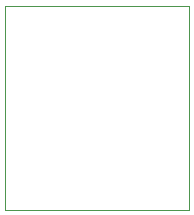
<source format=gbr>
%TF.GenerationSoftware,KiCad,Pcbnew,(6.0.1)*%
%TF.CreationDate,2022-02-14T11:52:32-05:00*%
%TF.ProjectId,SKR-Mini_TFT_Thermistor_Board,534b522d-4d69-46e6-995f-5446545f5468,rev?*%
%TF.SameCoordinates,Original*%
%TF.FileFunction,Profile,NP*%
%FSLAX46Y46*%
G04 Gerber Fmt 4.6, Leading zero omitted, Abs format (unit mm)*
G04 Created by KiCad (PCBNEW (6.0.1)) date 2022-02-14 11:52:32*
%MOMM*%
%LPD*%
G01*
G04 APERTURE LIST*
%TA.AperFunction,Profile*%
%ADD10C,0.050000*%
%TD*%
G04 APERTURE END LIST*
D10*
X126111000Y-107696000D02*
X126111000Y-90424000D01*
X126111000Y-90424000D02*
X110490000Y-90424000D01*
X110490000Y-90424000D02*
X110490000Y-107696000D01*
X110490000Y-107696000D02*
X126111000Y-107696000D01*
M02*

</source>
